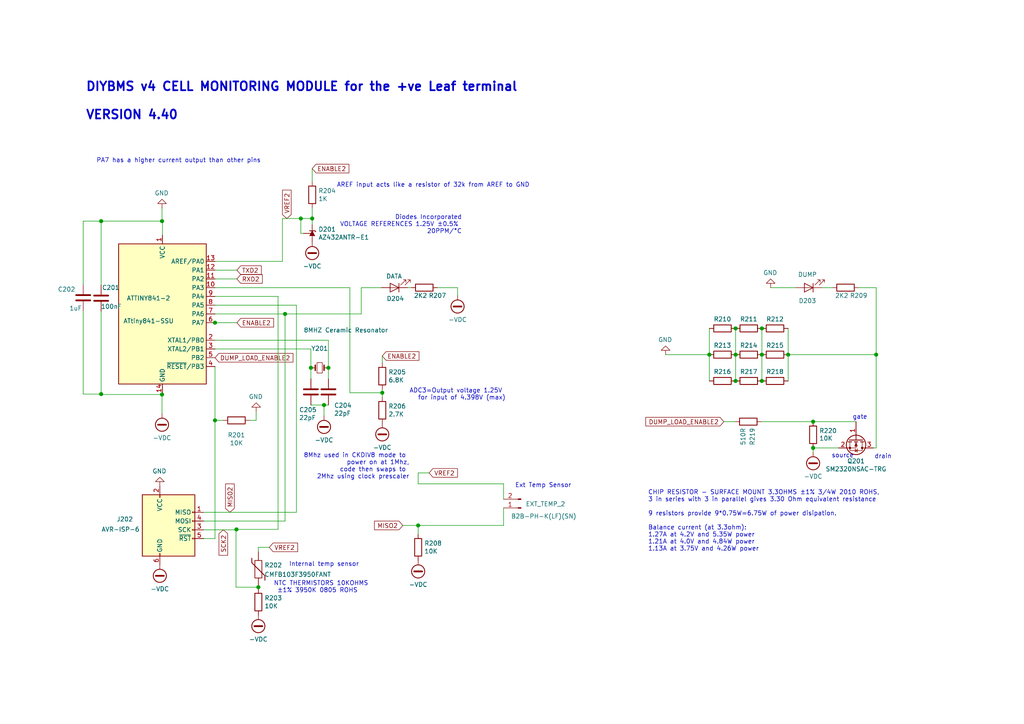
<source format=kicad_sch>
(kicad_sch (version 20210126) (generator eeschema)
  (paper "A4")
  (title_block (title "diyBMSv4 - LEAF") (date "2021-03-10") (rev "2.01") (company "Joho Technology Inc"))
  (lib_symbols
    (symbol "Device:C" (pin_numbers hide) (pin_names (offset 0.254))
      (property "Reference" "C" (at 0.635 2.54 0))
      (property "Value" "C" (at 0.635 -2.54 0))
      (symbol "C_0_1"
        (polyline (pts (xy -2.032 -0.762) (xy 2.032 -0.762)) (stroke (width 0.508)))
        (polyline (pts (xy -2.032 0.762) (xy 2.032 0.762)) (stroke (width 0.508)))
      )
      (symbol "C_1_1"
        (pin passive line (at 0 3.81 270) (length 2.794) (name "~") (number "1"))
        (pin passive line (at 0 -3.81 90) (length 2.794) (name "~") (number "2"))
      )
    )
    (symbol "Device:Crystal_Small" (pin_numbers hide) (pin_names (offset 1.016) hide)
      (property "Reference" "Y" (at 0 2.54 0))
      (property "Value" "Crystal_Small" (at 0 -2.54 0))
      (symbol "Crystal_Small_0_1"
        (rectangle (start -0.762 -1.524) (end 0.762 1.524))
        (polyline (pts (xy -1.27 -0.762) (xy -1.27 0.762)) (stroke (width 0.381)))
        (polyline (pts (xy 1.27 -0.762) (xy 1.27 0.762)) (stroke (width 0.381)))
      )
      (symbol "Crystal_Small_1_1"
        (pin passive line (at -2.54 0 0) (length 1.27) (name "1") (number "1"))
        (pin passive line (at 2.54 0 180) (length 1.27) (name "2") (number "2"))
      )
    )
    (symbol "Device:R" (pin_numbers hide) (pin_names (offset 0))
      (property "Reference" "R" (at 2.032 0 90))
      (property "Value" "R" (at 0 0 90))
      (symbol "R_0_1"
        (rectangle (start -1.016 -2.54) (end 1.016 2.54) (stroke (width 0.254)))
      )
      (symbol "R_1_1"
        (pin passive line (at 0 3.81 270) (length 1.27) (name "~") (number "1"))
        (pin passive line (at 0 -3.81 90) (length 1.27) (name "~") (number "2"))
      )
    )
    (symbol "diyBMS-Leaf-rescue:ATtiny841-SSU-MCU_Microchip_ATtiny-diyBMS-Leaf-rescue"
      (property "Reference" "U" (at -12.7 21.59 0))
      (property "Value" "ATtiny841-SSU-MCU_Microchip_ATtiny-diyBMS-Leaf-rescue" (at 2.54 -21.59 0))
      (symbol "ATtiny841-SSU-MCU_Microchip_ATtiny-diyBMS-Leaf-rescue_0_1"
        (rectangle (start -12.7 -20.32) (end 12.7 20.32) (stroke (width 0.254)) (fill (type background)))
      )
      (symbol "ATtiny841-SSU-MCU_Microchip_ATtiny-diyBMS-Leaf-rescue_1_1"
        (pin power_in line (at 0 22.86 270) (length 2.54) (name "VCC") (number "1"))
        (pin bidirectional line (at 15.24 7.62 180) (length 2.54) (name "PA3") (number "10"))
        (pin bidirectional line (at 15.24 10.16 180) (length 2.54) (name "PA2") (number "11"))
        (pin bidirectional line (at 15.24 12.7 180) (length 2.54) (name "PA1") (number "12"))
        (pin bidirectional line (at 15.24 15.24 180) (length 2.54) (name "AREF/PA0") (number "13"))
        (pin power_in line (at 0 -22.86 90) (length 2.54) (name "GND") (number "14"))
        (pin bidirectional line (at 15.24 -7.62 180) (length 2.54) (name "XTAL1/PB0") (number "2"))
        (pin bidirectional line (at 15.24 -10.16 180) (length 2.54) (name "XTAL2/PB1") (number "3"))
        (pin bidirectional line (at 15.24 -15.24 180) (length 2.54) (name "~RESET~/PB3") (number "4"))
        (pin bidirectional line (at 15.24 -12.7 180) (length 2.54) (name "PB2") (number "5"))
        (pin bidirectional line (at 15.24 -2.54 180) (length 2.54) (name "PA7") (number "6"))
        (pin bidirectional line (at 15.24 0 180) (length 2.54) (name "PA6") (number "7"))
        (pin bidirectional line (at 15.24 2.54 180) (length 2.54) (name "PA5") (number "8"))
        (pin bidirectional line (at 15.24 5.08 180) (length 2.54) (name "PA4") (number "9"))
      )
    )
    (symbol "diyBMS-Leaf-rescue:AVR-ISP-6-Connector-diyBMS-Leaf-rescue" (pin_names (offset 1.016))
      (property "Reference" "J" (at -6.35 11.43 0))
      (property "Value" "AVR-ISP-6-Connector-diyBMS-Leaf-rescue" (at 0 11.43 0))
      (symbol "AVR-ISP-6-Connector-diyBMS-Leaf-rescue_0_1"
        (rectangle (start -2.667 -6.858) (end -2.413 -7.62))
        (rectangle (start -2.667 10.16) (end -2.413 9.398))
        (rectangle (start 7.62 -2.413) (end 6.858 -2.667))
        (rectangle (start 7.62 0.127) (end 6.858 -0.127))
        (rectangle (start 7.62 2.667) (end 6.858 2.413))
        (rectangle (start 7.62 5.207) (end 6.858 4.953))
        (rectangle (start 7.62 10.16) (end -7.62 -7.62) (stroke (width 0.254)) (fill (type background)))
      )
      (symbol "AVR-ISP-6-Connector-diyBMS-Leaf-rescue_1_1"
        (pin passive line (at 10.16 5.08 180) (length 2.54) (name "MISO") (number "1"))
        (pin passive line (at -2.54 12.7 270) (length 2.54) (name "VCC") (number "2"))
        (pin passive line (at 10.16 0 180) (length 2.54) (name "SCK") (number "3"))
        (pin passive line (at 10.16 2.54 180) (length 2.54) (name "MOSI") (number "4"))
        (pin passive line (at 10.16 -2.54 180) (length 2.54) (name "~RST") (number "5"))
        (pin passive line (at -2.54 -10.16 90) (length 2.54) (name "GND") (number "6"))
      )
    )
    (symbol "diyBMS-Leaf-rescue:C-Device" (pin_numbers hide) (pin_names (offset 0.254))
      (property "Reference" "C" (at 0.635 2.54 0))
      (property "Value" "C-Device" (at 0.635 -2.54 0))
      (symbol "C-Device_0_1"
        (polyline (pts (xy -2.032 -0.762) (xy 2.032 -0.762)) (stroke (width 0.508)))
        (polyline (pts (xy -2.032 0.762) (xy 2.032 0.762)) (stroke (width 0.508)))
      )
      (symbol "C-Device_1_1"
        (pin passive line (at 0 3.81 270) (length 2.794) (name "~") (number "1"))
        (pin passive line (at 0 -3.81 90) (length 2.794) (name "~") (number "2"))
      )
    )
    (symbol "diyBMS-Leaf-rescue:CJ432-Reference_Voltage" (pin_numbers hide) (pin_names hide)
      (property "Reference" "U" (at -2.54 2.54 0))
      (property "Value" "CJ432-Reference_Voltage" (at 0 -2.54 0))
      (symbol "CJ432-Reference_Voltage_0_1"
        (polyline (pts (xy -1.27 0) (xy 0 0) (xy 1.27 0)))
        (polyline (pts (xy 0.508 -1.016) (xy 0.762 -0.762) (xy 0.762 0.762) (xy 0.762 0.762)) (stroke (width 0.254)))
        (polyline (pts (xy -0.762 0.762) (xy 0.762 0) (xy -0.762 -0.762)) (fill (type outline)))
      )
      (symbol "CJ432-Reference_Voltage_1_1"
        (pin passive line (at 0 2.54 270) (length 2.54) (name "REF") (number "1"))
        (pin passive line (at 2.54 0 180) (length 1.27) (name "K") (number "2"))
        (pin passive line (at -2.54 0 0) (length 1.27) (name "A") (number "3"))
      )
    )
    (symbol "diyBMS-Leaf-rescue:Conn_01x02_Male-Connector" (pin_names (offset 1.016) hide)
      (property "Reference" "J" (at 0 2.54 0))
      (property "Value" "Conn_01x02_Male-Connector" (at 0 -5.08 0))
      (symbol "Conn_01x02_Male-Connector_1_1"
        (rectangle (start 0.8636 -2.413) (end 0 -2.667) (stroke (width 0.1524)) (fill (type outline)))
        (rectangle (start 0.8636 0.127) (end 0 -0.127) (stroke (width 0.1524)) (fill (type outline)))
        (polyline (pts (xy 1.27 -2.54) (xy 0.8636 -2.54)) (stroke (width 0.1524)))
        (polyline (pts (xy 1.27 0) (xy 0.8636 0)) (stroke (width 0.1524)))
        (pin passive line (at 5.08 0 180) (length 3.81) (name "Pin_1") (number "1"))
        (pin passive line (at 5.08 -2.54 180) (length 3.81) (name "Pin_2") (number "2"))
      )
    )
    (symbol "diyBMS-Leaf-rescue:LED-Device" (pin_numbers hide) (pin_names (offset 1.016) hide)
      (property "Reference" "D" (at 0 2.54 0))
      (property "Value" "LED-Device" (at 0 -2.54 0))
      (symbol "LED-Device_0_1"
        (polyline (pts (xy -1.27 -1.27) (xy -1.27 1.27)) (stroke (width 0.2032)))
        (polyline (pts (xy -1.27 0) (xy 1.27 0)))
        (polyline (pts (xy 1.27 -1.27) (xy 1.27 1.27) (xy -1.27 0) (xy 1.27 -1.27)) (stroke (width 0.2032)))
        (polyline (pts (xy -3.048 -0.762) (xy -4.572 -2.286) (xy -3.81 -2.286) (xy -4.572 -2.286) (xy -4.572 -1.524)))
        (polyline (pts (xy -1.778 -0.762) (xy -3.302 -2.286) (xy -2.54 -2.286) (xy -3.302 -2.286) (xy -3.302 -1.524)))
      )
      (symbol "LED-Device_1_1"
        (pin passive line (at -3.81 0 0) (length 2.54) (name "K") (number "1"))
        (pin passive line (at 3.81 0 180) (length 2.54) (name "A") (number "2"))
      )
    )
    (symbol "diyBMS-Leaf-rescue:Q_NMOS_GSD-Device" (pin_names (offset 0) hide)
      (property "Reference" "Q" (at 5.08 1.27 0))
      (property "Value" "Q_NMOS_GSD-Device" (at 5.08 -1.27 0))
      (symbol "Q_NMOS_GSD-Device_0_1"
        (circle (center 1.651 0) (radius 2.8194) (stroke (width 0.254)))
        (circle (center 2.54 -1.778) (radius 0.2794) (fill (type outline)))
        (circle (center 2.54 1.778) (radius 0.2794) (fill (type outline)))
        (polyline (pts (xy 0.0508 0) (xy 0.254 0)))
        (polyline (pts (xy 0.762 -1.778) (xy 2.54 -1.778)))
        (polyline (pts (xy 0.762 -1.27) (xy 0.762 -2.286)) (stroke (width 0.254)))
        (polyline (pts (xy 0.762 0) (xy 2.54 0)))
        (polyline (pts (xy 0.762 0.508) (xy 0.762 -0.508)) (stroke (width 0.254)))
        (polyline (pts (xy 0.762 1.778) (xy 2.54 1.778)))
        (polyline (pts (xy 0.762 2.286) (xy 0.762 1.27)) (stroke (width 0.254)))
        (polyline (pts (xy 2.54 -1.778) (xy 2.54 -2.54)))
        (polyline (pts (xy 2.54 -1.778) (xy 2.54 0)))
        (polyline (pts (xy 2.54 2.54) (xy 2.54 1.778)))
        (polyline (pts (xy 0.254 1.905) (xy 0.254 -1.905) (xy 0.254 -1.905)) (stroke (width 0.254)))
        (polyline (pts (xy 2.54 -1.778) (xy 3.302 -1.778) (xy 3.302 1.778) (xy 2.54 1.778)))
        (polyline (pts (xy 2.794 0.508) (xy 2.921 0.381) (xy 3.683 0.381) (xy 3.81 0.254)))
        (polyline (pts (xy 3.302 0.381) (xy 2.921 -0.254) (xy 3.683 -0.254) (xy 3.302 0.381)))
        (polyline (pts (xy 1.016 0) (xy 2.032 0.381) (xy 2.032 -0.381) (xy 1.016 0)) (fill (type outline)))
      )
      (symbol "Q_NMOS_GSD-Device_1_1"
        (pin input line (at -5.08 0 0) (length 5.08) (name "G") (number "1"))
        (pin passive line (at 2.54 -5.08 90) (length 2.54) (name "S") (number "2"))
        (pin passive line (at 2.54 5.08 270) (length 2.54) (name "D") (number "3"))
      )
    )
    (symbol "diyBMS-Leaf-rescue:R-Device" (pin_numbers hide) (pin_names (offset 0))
      (property "Reference" "R" (at 2.032 0 90))
      (property "Value" "R-Device" (at 0 0 90))
      (symbol "R-Device_0_1"
        (rectangle (start -1.016 -2.54) (end 1.016 2.54) (stroke (width 0.254)))
      )
      (symbol "R-Device_1_1"
        (pin passive line (at 0 3.81 270) (length 1.27) (name "~") (number "1"))
        (pin passive line (at 0 -3.81 90) (length 1.27) (name "~") (number "2"))
      )
    )
    (symbol "diyBMS-Leaf-rescue:Thermistor-Device" (pin_numbers hide) (pin_names (offset 0))
      (property "Reference" "TH" (at 2.54 1.27 90))
      (property "Value" "Thermistor-Device" (at -2.54 0 90))
      (symbol "Thermistor-Device_0_1"
        (rectangle (start -1.016 2.54) (end 1.016 -2.54) (stroke (width 0.2032)))
        (polyline (pts (xy -1.905 3.175) (xy -1.905 1.905) (xy 1.905 -1.905) (xy 1.905 -3.175) (xy 1.905 -3.175)) (stroke (width 0.254)))
      )
      (symbol "Thermistor-Device_1_1"
        (pin passive line (at 0 5.08 270) (length 2.54) (name "~") (number "1"))
        (pin passive line (at 0 -5.08 90) (length 2.54) (name "~") (number "2"))
      )
    )
    (symbol "power:-VDC" (power) (pin_names (offset 0))
      (property "Value" "-VDC" (at 0 6.35 0))
      (symbol "-VDC_0_1"
        (circle (center 0 3.175) (radius 1.905) (stroke (width 0.254)))
        (polyline (pts (xy -1.143 3.175) (xy 1.143 3.175)) (stroke (width 0.508)))
        (polyline (pts (xy 0 0) (xy 0 1.27)))
      )
      (symbol "-VDC_1_1"
        (pin power_in line (at 0 0 90) (length 0) hide (name "-VDC") (number "1"))
      )
    )
    (symbol "power:GND" (power) (pin_names (offset 0))
      (property "Value" "GND" (at 0 -3.81 0))
      (symbol "GND_0_1"
        (polyline (pts (xy 0 0) (xy 0 -1.27) (xy 1.27 -1.27) (xy 0 -2.54) (xy -1.27 -1.27) (xy 0 -1.27)))
      )
      (symbol "GND_1_1"
        (pin power_in line (at 0 0 270) (length 0) hide (name "GND") (number "1"))
      )
    )
  )
  (junction (at 29.337 64.135) (diameter 1.016))
  (junction (at 29.337 114.3) (diameter 1.016))
  (junction (at 46.99 64.135) (diameter 1.016))
  (junction (at 46.99 114.427) (diameter 1.016))
  (junction (at 62.357 93.599) (diameter 1.016))
  (junction (at 62.357 121.92) (diameter 1.016))
  (junction (at 68.58 153.543) (diameter 1.016))
  (junction (at 74.93 170.307) (diameter 1.016))
  (junction (at 82.677 91.059) (diameter 1.016))
  (junction (at 87.249 63.373) (diameter 1.016))
  (junction (at 90.17 106.68) (diameter 1.016))
  (junction (at 90.551 63.373) (diameter 1.016))
  (junction (at 93.98 117.475) (diameter 1.016))
  (junction (at 95.25 106.68) (diameter 1.016))
  (junction (at 110.871 113.919) (diameter 1.016))
  (junction (at 121.285 152.4) (diameter 1.016))
  (junction (at 205.74 102.87) (diameter 1.016))
  (junction (at 213.36 95.25) (diameter 1.016))
  (junction (at 213.36 102.87) (diameter 1.016))
  (junction (at 213.36 110.49) (diameter 1.016))
  (junction (at 220.98 95.25) (diameter 1.016))
  (junction (at 220.98 102.87) (diameter 1.016))
  (junction (at 220.98 110.49) (diameter 1.016))
  (junction (at 228.6 102.87) (diameter 1.016))
  (junction (at 235.839 122.301) (diameter 1.016))
  (junction (at 235.839 129.921) (diameter 1.016))
  (junction (at 254.127 102.87) (diameter 1.016))
  (wire (pts (xy 24.13 64.135) (xy 29.337 64.135)))
  (wire (pts (xy 24.13 82.55) (xy 24.13 64.135)))
  (wire (pts (xy 24.13 90.17) (xy 24.13 114.3)))
  (wire (pts (xy 24.13 114.3) (xy 29.337 114.3)))
  (wire (pts (xy 29.337 64.135) (xy 29.337 82.677)))
  (wire (pts (xy 29.337 64.135) (xy 46.99 64.135)))
  (wire (pts (xy 29.337 90.297) (xy 29.337 114.3)))
  (wire (pts (xy 29.337 114.3) (xy 29.337 114.427)))
  (wire (pts (xy 29.337 114.427) (xy 46.99 114.427)))
  (wire (pts (xy 46.99 60.325) (xy 46.99 64.135)))
  (wire (pts (xy 46.99 114.427) (xy 47.117 114.427)))
  (wire (pts (xy 46.99 120.015) (xy 46.99 114.427)))
  (wire (pts (xy 47.117 64.135) (xy 46.99 64.135)))
  (wire (pts (xy 47.117 64.135) (xy 47.117 68.199)))
  (wire (pts (xy 47.117 113.919) (xy 47.117 114.427)))
  (wire (pts (xy 59.055 148.59) (xy 85.979 148.59)))
  (wire (pts (xy 59.055 151.13) (xy 82.677 151.13)))
  (wire (pts (xy 59.055 153.67) (xy 68.58 153.67)))
  (wire (pts (xy 59.055 156.21) (xy 62.357 156.21)))
  (wire (pts (xy 62.23 93.599) (xy 62.357 93.599)))
  (wire (pts (xy 62.357 75.819) (xy 81.915 75.819)))
  (wire (pts (xy 62.357 78.359) (xy 68.707 78.359)))
  (wire (pts (xy 62.357 80.899) (xy 68.707 80.899)))
  (wire (pts (xy 62.357 83.439) (xy 101.473 83.439)))
  (wire (pts (xy 62.357 85.979) (xy 80.645 85.979)))
  (wire (pts (xy 62.357 88.519) (xy 85.979 88.519)))
  (wire (pts (xy 62.357 93.599) (xy 68.707 93.599)))
  (wire (pts (xy 62.357 98.679) (xy 95.25 98.679)))
  (wire (pts (xy 62.357 101.219) (xy 90.17 101.219)))
  (wire (pts (xy 62.357 106.299) (xy 62.357 121.92)))
  (wire (pts (xy 62.357 121.92) (xy 62.357 156.21)))
  (wire (pts (xy 62.357 121.92) (xy 64.77 121.92)))
  (wire (pts (xy 68.453 170.307) (xy 68.453 153.543)))
  (wire (pts (xy 68.453 170.307) (xy 74.93 170.307)))
  (wire (pts (xy 68.58 153.543) (xy 68.453 153.543)))
  (wire (pts (xy 68.58 153.67) (xy 68.58 153.543)))
  (wire (pts (xy 72.39 121.92) (xy 74.295 121.92)))
  (wire (pts (xy 74.295 121.92) (xy 74.295 119.38)))
  (wire (pts (xy 74.93 158.75) (xy 78.105 158.75)))
  (wire (pts (xy 74.93 160.02) (xy 74.93 158.75)))
  (wire (pts (xy 74.93 170.18) (xy 74.93 170.307)))
  (wire (pts (xy 74.93 170.307) (xy 74.93 170.815)))
  (wire (pts (xy 80.645 85.979) (xy 80.645 153.543)))
  (wire (pts (xy 80.645 153.543) (xy 68.58 153.543)))
  (wire (pts (xy 81.915 63.373) (xy 87.249 63.373)))
  (wire (pts (xy 81.915 75.819) (xy 81.915 63.373)))
  (wire (pts (xy 82.677 91.059) (xy 62.357 91.059)))
  (wire (pts (xy 82.677 91.059) (xy 82.677 151.13)))
  (wire (pts (xy 85.979 88.519) (xy 85.979 148.59)))
  (wire (pts (xy 87.249 63.373) (xy 90.551 63.373)))
  (wire (pts (xy 87.249 67.691) (xy 87.249 63.373)))
  (wire (pts (xy 88.011 67.691) (xy 87.249 67.691)))
  (wire (pts (xy 90.17 101.219) (xy 90.17 106.68)))
  (wire (pts (xy 90.17 106.68) (xy 90.17 109.855)))
  (wire (pts (xy 90.17 117.475) (xy 93.98 117.475)))
  (wire (pts (xy 90.551 48.895) (xy 90.551 52.705)))
  (wire (pts (xy 90.551 63.373) (xy 90.551 60.325)))
  (wire (pts (xy 90.551 65.151) (xy 90.551 63.373)))
  (wire (pts (xy 93.98 117.475) (xy 93.98 120.65)))
  (wire (pts (xy 93.98 117.475) (xy 95.25 117.475)))
  (wire (pts (xy 95.25 98.679) (xy 95.25 106.68)))
  (wire (pts (xy 95.25 106.68) (xy 95.25 109.855)))
  (wire (pts (xy 101.473 83.439) (xy 101.473 113.919)))
  (wire (pts (xy 101.473 113.919) (xy 110.871 113.919)))
  (wire (pts (xy 104.775 83.439) (xy 104.775 91.059)))
  (wire (pts (xy 104.775 91.059) (xy 82.677 91.059)))
  (wire (pts (xy 110.617 83.439) (xy 104.775 83.439)))
  (wire (pts (xy 110.871 103.251) (xy 110.871 105.283)))
  (wire (pts (xy 110.871 113.919) (xy 110.871 112.903)))
  (wire (pts (xy 110.871 115.189) (xy 110.871 113.919)))
  (wire (pts (xy 116.84 152.4) (xy 121.285 152.4)))
  (wire (pts (xy 118.237 83.439) (xy 119.253 83.439)))
  (wire (pts (xy 121.285 137.16) (xy 124.46 137.16)))
  (wire (pts (xy 121.285 140.335) (xy 121.285 137.16)))
  (wire (pts (xy 121.285 140.335) (xy 146.05 140.335)))
  (wire (pts (xy 121.285 152.4) (xy 121.285 154.94)))
  (wire (pts (xy 121.285 152.4) (xy 146.05 152.4)))
  (wire (pts (xy 126.873 83.439) (xy 132.715 83.439)))
  (wire (pts (xy 132.715 83.439) (xy 132.715 85.725)))
  (wire (pts (xy 146.05 140.335) (xy 146.05 144.78)))
  (wire (pts (xy 146.05 152.4) (xy 146.05 147.32)))
  (wire (pts (xy 193.04 102.87) (xy 205.74 102.87)))
  (wire (pts (xy 205.74 95.25) (xy 205.74 102.87)))
  (wire (pts (xy 205.74 102.87) (xy 205.74 110.49)))
  (wire (pts (xy 213.233 122.301) (xy 209.931 122.301)))
  (wire (pts (xy 213.36 95.25) (xy 213.36 102.87)))
  (wire (pts (xy 213.36 102.87) (xy 213.36 110.49)))
  (wire (pts (xy 220.853 122.301) (xy 235.839 122.301)))
  (wire (pts (xy 220.98 95.25) (xy 220.98 102.87)))
  (wire (pts (xy 220.98 102.87) (xy 220.98 110.49)))
  (wire (pts (xy 228.6 95.25) (xy 228.6 102.87)))
  (wire (pts (xy 228.6 102.87) (xy 228.6 110.49)))
  (wire (pts (xy 228.6 102.87) (xy 254.127 102.87)))
  (wire (pts (xy 230.759 83.439) (xy 223.52 83.439)))
  (wire (pts (xy 235.839 129.921) (xy 235.839 131.191)))
  (wire (pts (xy 235.839 129.921) (xy 243.205 129.921)))
  (wire (pts (xy 238.379 83.439) (xy 241.427 83.439)))
  (wire (pts (xy 248.285 122.301) (xy 235.839 122.301)))
  (wire (pts (xy 249.047 83.439) (xy 254.127 83.439)))
  (wire (pts (xy 254.127 83.439) (xy 254.127 102.87)))
  (wire (pts (xy 254.127 102.87) (xy 254.127 129.921)))
  (wire (pts (xy 254.127 129.921) (xy 253.365 129.921)))
  (text "DIYBMS v4 CELL MONITORING MODULE for the +ve Leaf terminal\n\nVERSION 4.40\n" (at 24.765 34.925 0) (effects (font (size 2.54 2.54) (thickness 0.508) bold) (justify left bottom)))
  (text "PA7 has a higher current output than other pins" (at 27.94 47.371 0) (effects (font (size 1.27 1.27)) (justify left bottom)))
  (text "NTC THERMISTORS 10KOHMS\n ±1% 3950K 0805 ROHS" (at 79.375 172.085 0) (effects (font (size 1.27 1.27)) (justify left bottom)))
  (text "Internal temp sensor" (at 83.82 164.465 0) (effects (font (size 1.27 1.27)) (justify left bottom)))
  (text "AREF input acts like a resistor of 32k from AREF to GND" (at 97.663 54.483 0) (effects (font (size 1.27 1.27)) (justify left bottom)))
  (text "8Mhz used in CKDIV8 mode to \npower on at 1Mhz,\ncode then swaps to \n2Mhz using clock prescaler" (at 118.745 139.065 0) (effects (font (size 1.27 1.27)) (justify right bottom)))
  (text "Diodes Incorporated\nVOLTAGE REFERENCES 1.25V ±0.5% \n20PPM/°C" (at 133.985 67.945 0) (effects (font (size 1.27 1.27)) (justify right bottom)))
  (text "ADC3=Output voltage 1.25V \n       for input of 4.398V (max)" (at 146.685 116.205 0) (effects (font (size 1.27 1.27)) (justify right bottom)))
  (text "Ext Temp Sensor" (at 165.735 141.605 180) (effects (font (size 1.27 1.27)) (justify right bottom)))
  (text "CHIP RESISTOR - SURFACE MOUNT 3.3OHMS ±1% 3/4W 2010 ROHS, \n3 in series with 3 in parallel gives 3.30 Ohm equivalent resistance\n\n9 resistors provide 9*0.75W=6.75W of power disipation.\n\nBalance current (at 3.3ohm):\n1.27A at 4.2V and 5.35W power\n1.21A at 4.0V and 4.84W power\n1.13A at 3.75V and 4.26W power" (at 187.96 160.02 0) (effects (font (size 1.27 1.27)) (justify left bottom)))
  (text "source" (at 241.173 132.969 0) (effects (font (size 1.27 1.27)) (justify left bottom)))
  (text "gate" (at 247.269 121.793 0) (effects (font (size 1.27 1.27)) (justify left bottom)))
  (text "drain" (at 253.619 133.223 0) (effects (font (size 1.27 1.27)) (justify left bottom)))
  (global_label "DUMP_LOAD_ENABLE2" (shape input) (at 62.357 103.759 0) (property "Intersheet References" "${INTERSHEET_REFS}" (effects hide)))
  (global_label "SCK2" (shape input) (at 64.77 153.67 270) (property "Intersheet References" "${INTERSHEET_REFS}" (effects hide)))
  (global_label "MISO2" (shape input) (at 66.675 148.59 90) (property "Intersheet References" "${INTERSHEET_REFS}" (effects hide)))
  (global_label "TXD2" (shape input) (at 68.707 78.359 0) (property "Intersheet References" "${INTERSHEET_REFS}" (effects hide)))
  (global_label "RXD2" (shape input) (at 68.707 80.899 0) (property "Intersheet References" "${INTERSHEET_REFS}" (effects hide)))
  (global_label "ENABLE2" (shape input) (at 68.707 93.599 0) (property "Intersheet References" "${INTERSHEET_REFS}" (effects hide)))
  (global_label "VREF2" (shape input) (at 78.105 158.75 0) (property "Intersheet References" "${INTERSHEET_REFS}" (effects hide)))
  (global_label "VREF2" (shape input) (at 83.185 63.373 90) (property "Intersheet References" "${INTERSHEET_REFS}" (effects hide)))
  (global_label "ENABLE2" (shape input) (at 90.551 48.895 0) (property "Intersheet References" "${INTERSHEET_REFS}" (effects hide)))
  (global_label "ENABLE2" (shape input) (at 110.871 103.251 0) (property "Intersheet References" "${INTERSHEET_REFS}" (effects hide)))
  (global_label "MISO2" (shape input) (at 116.84 152.4 180) (property "Intersheet References" "${INTERSHEET_REFS}" (effects hide)))
  (global_label "VREF2" (shape input) (at 124.46 137.16 0) (property "Intersheet References" "${INTERSHEET_REFS}" (effects hide)))
  (global_label "DUMP_LOAD_ENABLE2" (shape input) (at 209.931 122.301 180) (property "Intersheet References" "${INTERSHEET_REFS}" (effects hide)))
  (symbol (lib_id "power:GND") (at 46.355 140.97 180) (unit 1)
    (property "Reference" "#PWR0137" (effects hide))
    (property "Value" "GND" (at 46.2407 136.6456 0))
  )
  (symbol (lib_id "power:GND") (at 46.99 60.325 180) (unit 1)
    (property "Reference" "#PWR0130" (effects hide))
    (property "Value" "GND" (at 46.8757 56.0006 0))
  )
  (symbol (lib_id "power:GND") (at 74.295 119.38 180) (unit 1)
    (property "Reference" "#PWR0126" (effects hide))
    (property "Value" "GND" (at 74.1807 115.0556 0))
  )
  (symbol (lib_id "power:GND") (at 193.04 102.87 180) (unit 1)
    (property "Reference" "#PWR0133" (effects hide))
    (property "Value" "GND" (at 192.9257 98.5456 0))
  )
  (symbol (lib_id "power:GND") (at 223.52 83.439 180) (unit 1)
    (property "Reference" "#PWR0135" (effects hide))
    (property "Value" "GND" (at 223.4057 79.1146 0))
  )
  (symbol (lib_id "Device:Crystal_Small") (at 92.71 106.68 0) (unit 1)
    (property "Reference" "Y201" (at 92.71 101.073 0))
    (property "Value" "8MHZ Ceramic Resonator" (at 100.33 95.7515 0))
    (property "Footprint" "Crystal:Crystal_SMD_5032-2Pin_5.0x3.2mm" (effects hide))
    (property "Datasheet" "https://datasheet.lcsc.com/szlcsc/1903061615_Yangxing-Tech-X50328MSB2GI_C115962.pdf" (effects hide))
    (property "LCSCStockCode" "C115962" (effects hide))
    (property "PartNumber" "X50328MSB2GI" (effects hide))
  )
  (symbol (lib_id "diyBMS-Leaf-rescue:R-Device") (at 68.58 121.92 270) (unit 1)
    (property "Reference" "R201" (at 68.58 126.187 90))
    (property "Value" "10K" (at 68.58 128.4986 90))
    (property "Footprint" "Resistor_SMD:R_0805_2012Metric" (effects hide))
    (property "LCSCStockCode" "C17414" (effects hide))
    (property "PartNumber" "0805W8F1002T5E" (effects hide))
  )
  (symbol (lib_id "diyBMS-Leaf-rescue:R-Device") (at 74.93 174.625 0) (unit 1)
    (property "Reference" "R203" (at 76.708 173.457 0) (effects (justify left)))
    (property "Value" "10K" (at 76.708 175.768 0) (effects (justify left)))
    (property "Footprint" "Resistor_SMD:R_0805_2012Metric" (effects hide))
    (property "LCSCStockCode" "C17414" (effects hide))
    (property "PartNumber" "0805W8F1002T5E" (effects hide))
  )
  (symbol (lib_id "diyBMS-Leaf-rescue:R-Device") (at 90.551 56.515 0) (unit 1)
    (property "Reference" "R204" (at 92.329 55.347 0) (effects (justify left)))
    (property "Value" "1K" (at 92.329 57.658 0) (effects (justify left)))
    (property "Footprint" "Resistor_SMD:R_0805_2012Metric" (effects hide))
    (property "LCSCStockCode" "C17513" (effects hide))
    (property "PartNumber" "0805W8F1001T5E" (effects hide))
  )
  (symbol (lib_id "diyBMS-Leaf-rescue:R-Device") (at 110.871 109.093 0) (unit 1)
    (property "Reference" "R205" (at 112.649 107.925 0) (effects (justify left)))
    (property "Value" "6.8K" (at 112.649 110.236 0) (effects (justify left)))
    (property "Footprint" "Resistor_SMD:R_0805_2012Metric" (effects hide))
    (property "LCSCStockCode" "C17772" (effects hide))
    (property "PartNumber" "0805W8F6801T5E" (effects hide))
  )
  (symbol (lib_id "diyBMS-Leaf-rescue:R-Device") (at 110.871 118.999 0) (unit 1)
    (property "Reference" "R206" (at 112.649 117.831 0) (effects (justify left)))
    (property "Value" "2.7K" (at 112.649 120.142 0) (effects (justify left)))
    (property "Footprint" "Resistor_SMD:R_0805_2012Metric" (effects hide))
    (property "LCSCStockCode" "C17530" (effects hide))
    (property "PartNumber" "0805W8F2701T5E" (effects hide))
  )
  (symbol (lib_id "diyBMS-Leaf-rescue:R-Device") (at 121.285 158.75 0) (unit 1)
    (property "Reference" "R208" (at 123.063 157.582 0) (effects (justify left)))
    (property "Value" "10K" (at 123.063 159.893 0) (effects (justify left)))
    (property "Footprint" "Resistor_SMD:R_0805_2012Metric" (effects hide))
    (property "LCSCStockCode" "C17414" (effects hide))
    (property "PartNumber" "0805W8F1002T5E" (effects hide))
  )
  (symbol (lib_id "diyBMS-Leaf-rescue:R-Device") (at 123.063 83.439 270) (unit 1)
    (property "Reference" "R207" (at 124.333 85.725 90) (effects (justify left)))
    (property "Value" "2K2" (at 120.015 85.725 90) (effects (justify left)))
    (property "Footprint" "Resistor_SMD:R_0805_2012Metric" (effects hide))
    (property "LCSCStockCode" "C17520" (effects hide))
    (property "PartNumber" "0805W8F2201T5E" (effects hide))
    (property "JLCPCBRotation" "0" (effects hide))
  )
  (symbol (lib_id "Device:R") (at 209.55 95.25 90) (unit 1)
    (property "Reference" "R210" (at 209.55 92.564 90))
    (property "Value" "3.3OHM 3/4W" (effects hide))
    (property "Footprint" "Resistor_SMD:R_2010_5025Metric" (effects hide))
    (property "LCSCStockCode" "C270971" (effects hide))
    (property "PartNumber" "201007F330KT4E" (effects hide))
    (property "JLCPCBRotation" "0" (effects hide))
  )
  (symbol (lib_id "Device:R") (at 209.55 102.87 90) (unit 1)
    (property "Reference" "R213" (at 209.55 100.184 90))
    (property "Value" "3.3OHM 3/4W" (effects hide))
    (property "Footprint" "Resistor_SMD:R_2010_5025Metric" (effects hide))
    (property "LCSCStockCode" "C270971" (effects hide))
    (property "PartNumber" "201007F330KT4E" (effects hide))
    (property "JLCPCBRotation" "0" (effects hide))
  )
  (symbol (lib_id "Device:R") (at 209.55 110.49 90) (unit 1)
    (property "Reference" "R216" (at 209.55 107.804 90))
    (property "Value" "3.3OHM 3/4W" (effects hide))
    (property "Footprint" "Resistor_SMD:R_2010_5025Metric" (effects hide))
    (property "LCSCStockCode" "C270971" (effects hide))
    (property "PartNumber" "201007F330KT4E" (effects hide))
    (property "JLCPCBRotation" "0" (effects hide))
  )
  (symbol (lib_id "diyBMS-Leaf-rescue:R-Device") (at 217.043 122.301 270) (unit 1)
    (property "Reference" "R219" (at 218.211 124.079 0) (effects (justify left)))
    (property "Value" "510R" (at 215.519 124.079 0) (effects (justify left)))
    (property "Footprint" "Resistor_SMD:R_0805_2012Metric" (effects hide))
    (property "LCSCStockCode" "C17734" (effects hide))
    (property "PartNumber" "0805W8F5100T5E" (effects hide))
  )
  (symbol (lib_id "Device:R") (at 217.17 95.25 90) (unit 1)
    (property "Reference" "R211" (at 217.17 92.564 90))
    (property "Value" "3.3OHM 3/4W" (effects hide))
    (property "Footprint" "Resistor_SMD:R_2010_5025Metric" (effects hide))
    (property "LCSCStockCode" "C270971" (effects hide))
    (property "PartNumber" "201007F330KT4E" (effects hide))
    (property "JLCPCBRotation" "0" (effects hide))
  )
  (symbol (lib_id "Device:R") (at 217.17 102.87 90) (unit 1)
    (property "Reference" "R214" (at 217.17 100.184 90))
    (property "Value" "3.3OHM 3/4W" (effects hide))
    (property "Footprint" "Resistor_SMD:R_2010_5025Metric" (effects hide))
    (property "LCSCStockCode" "C270971" (effects hide))
    (property "PartNumber" "201007F330KT4E" (effects hide))
    (property "JLCPCBRotation" "0" (effects hide))
  )
  (symbol (lib_id "Device:R") (at 217.17 110.49 90) (unit 1)
    (property "Reference" "R217" (at 217.17 107.804 90))
    (property "Value" "3.3OHM 3/4W" (effects hide))
    (property "Footprint" "Resistor_SMD:R_2010_5025Metric" (effects hide))
    (property "LCSCStockCode" "C270971" (effects hide))
    (property "PartNumber" "201007F330KT4E" (effects hide))
    (property "JLCPCBRotation" "0" (effects hide))
  )
  (symbol (lib_id "Device:R") (at 224.79 95.25 90) (unit 1)
    (property "Reference" "R212" (at 224.79 92.564 90))
    (property "Value" "3.3OHM 3/4W" (effects hide))
    (property "Footprint" "Resistor_SMD:R_2010_5025Metric" (effects hide))
    (property "LCSCStockCode" "C270971" (effects hide))
    (property "PartNumber" "201007F330KT4E" (effects hide))
    (property "JLCPCBRotation" "0" (effects hide))
  )
  (symbol (lib_id "Device:R") (at 224.79 102.87 90) (unit 1)
    (property "Reference" "R215" (at 224.79 100.184 90))
    (property "Value" "3.3OHM 3/4W" (effects hide))
    (property "Footprint" "Resistor_SMD:R_2010_5025Metric" (effects hide))
    (property "LCSCStockCode" "C270971" (effects hide))
    (property "PartNumber" "201007F330KT4E" (effects hide))
    (property "JLCPCBRotation" "0" (effects hide))
  )
  (symbol (lib_id "Device:R") (at 224.79 110.49 90) (unit 1)
    (property "Reference" "R218" (at 224.79 107.804 90))
    (property "Value" "3.3OHM 3/4W" (effects hide))
    (property "Footprint" "Resistor_SMD:R_2010_5025Metric" (effects hide))
    (property "LCSCStockCode" "C270971" (effects hide))
    (property "PartNumber" "201007F330KT4E" (effects hide))
    (property "JLCPCBRotation" "0" (effects hide))
  )
  (symbol (lib_id "diyBMS-Leaf-rescue:R-Device") (at 235.839 126.111 0) (unit 1)
    (property "Reference" "R220" (at 237.617 124.943 0) (effects (justify left)))
    (property "Value" "10K" (at 237.617 127.127 0) (effects (justify left)))
    (property "Footprint" "Resistor_SMD:R_0805_2012Metric" (effects hide))
    (property "LCSCStockCode" "C17414" (effects hide))
    (property "PartNumber" "0805W8F1002T5E" (effects hide))
  )
  (symbol (lib_id "diyBMS-Leaf-rescue:R-Device") (at 245.237 83.439 270) (unit 1)
    (property "Reference" "R209" (at 246.507 85.725 90) (effects (justify left)))
    (property "Value" "2K2" (at 242.189 85.725 90) (effects (justify left)))
    (property "Footprint" "Resistor_SMD:R_0805_2012Metric" (effects hide))
    (property "LCSCStockCode" "C17520" (effects hide))
    (property "PartNumber" "0805W8F2201T5E" (effects hide))
  )
  (symbol (lib_id "power:-VDC") (at 46.355 163.83 180) (unit 1)
    (property "Reference" "#PWR0129" (effects hide))
    (property "Value" "-VDC" (at 46.355 170.8214 0))
  )
  (symbol (lib_id "power:-VDC") (at 46.99 120.015 180) (unit 1)
    (property "Reference" "#PWR0120" (effects hide))
    (property "Value" "-VDC" (at 46.99 127.0064 0))
  )
  (symbol (lib_id "power:-VDC") (at 74.93 178.435 180) (unit 1)
    (property "Reference" "#PWR0136" (effects hide))
    (property "Value" "-VDC" (at 74.93 185.4264 0))
  )
  (symbol (lib_id "diyBMS-Leaf-rescue:CJ432-Reference_Voltage") (at 90.551 67.691 90) (unit 1)
    (property "Reference" "D201" (at 92.329 66.523 90) (effects (justify right)))
    (property "Value" "AZ432ANTR-E1" (at 92.329 68.834 90) (effects (justify right)))
    (property "Footprint" "Package_TO_SOT_SMD:SOT-23" (effects hide))
    (property "Datasheet" "https://datasheet.lcsc.com/szlcsc/Diodes-Incorporated-AZ432ANTR-E1_C84139.pdf" (effects hide))
    (property "LCSCStockCode" "C84139" (effects hide))
    (property "PartNumber" "AZ432ANTR-E1" (effects hide))
  )
  (symbol (lib_id "power:-VDC") (at 90.551 70.231 180) (unit 1)
    (property "Reference" "#PWR0131" (effects hide))
    (property "Value" "-VDC" (at 90.551 77.2224 0))
  )
  (symbol (lib_id "power:-VDC") (at 93.98 120.65 180) (unit 1)
    (property "Reference" "#PWR0125" (effects hide))
    (property "Value" "-VDC" (at 93.98 127.6414 0))
  )
  (symbol (lib_id "power:-VDC") (at 110.871 122.809 180) (unit 1)
    (property "Reference" "#PWR0114" (effects hide))
    (property "Value" "-VDC" (at 110.871 129.8004 0))
  )
  (symbol (lib_id "power:-VDC") (at 121.285 162.56 180) (unit 1)
    (property "Reference" "#PWR0117" (effects hide))
    (property "Value" "-VDC" (at 121.285 169.5514 0))
  )
  (symbol (lib_id "power:-VDC") (at 132.715 85.725 180) (unit 1)
    (property "Reference" "#PWR0121" (effects hide))
    (property "Value" "-VDC" (at 132.715 92.7164 0))
  )
  (symbol (lib_id "power:-VDC") (at 235.839 131.191 180) (unit 1)
    (property "Reference" "#PWR0132" (effects hide))
    (property "Value" "-VDC" (at 235.839 138.1824 0))
  )
  (symbol (lib_id "diyBMS-Leaf-rescue:Conn_01x02_Male-Connector") (at 151.13 147.32 180) (unit 1)
    (property "Reference" "EXT_TEMP_2" (at 152.451 146.177 0) (effects (justify right)))
    (property "Value" "B2B-PH-K(LF)(SN)" (at 148.209 149.733 0) (effects (justify right)))
    (property "Footprint" "Connector_JST:JST_PH_B2B-PH-K_1x02_P2.00mm_Vertical" (effects hide))
    (property "Datasheet" "https://datasheet.lcsc.com/szlcsc/1811151524_JST-Sales-America-B2B-PH-K-S-LF-SN_C131337.pdf" (effects hide))
    (property "LCSCStockCode" "C2683610" (effects hide))
  )
  (symbol (lib_id "diyBMS-Leaf-rescue:LED-Device") (at 114.427 83.439 180) (unit 1)
    (property "Reference" "D204" (at 114.681 86.614 0))
    (property "Value" "DATA" (at 114.3 80.137 0))
    (property "Footprint" "LED_SMD:LED_0805_2012Metric" (effects hide))
    (property "Datasheet" "https://datasheet.lcsc.com/szlcsc/2008201032_Foshan-NationStar-Optoelectronics-NCD0805B2_C84259.pdf" (effects hide))
    (property "LCSCStockCode" "C84259" (effects hide))
    (property "PartNumber" "NCD0805B2" (effects hide))
  )
  (symbol (lib_id "diyBMS-Leaf-rescue:LED-Device") (at 234.569 83.439 180) (unit 1)
    (property "Reference" "D203" (at 234.188 87.249 0))
    (property "Value" "DUMP" (at 234.188 79.629 0))
    (property "Footprint" "LED_SMD:LED_0805_2012Metric" (effects hide))
    (property "Datasheet" "https://datasheet.lcsc.com/szlcsc/2008201032_Foshan-NationStar-Optoelectronics-NCD0805R1_C84256.pdf" (effects hide))
    (property "LCSCStockCode" "C84256" (effects hide))
    (property "PartNumber" "NCD0805R1" (effects hide))
  )
  (symbol (lib_id "diyBMS-Leaf-rescue:C-Device") (at 24.13 86.36 0) (unit 1)
    (property "Reference" "C202" (at 21.869 83.922 0) (effects (justify right)))
    (property "Value" "1uF" (at 23.7744 89.408 0) (effects (justify right)))
    (property "Footprint" "Capacitor_SMD:C_0805_2012Metric" (effects hide))
    (property "LCSCStockCode" "C28323" (effects hide))
    (property "PartNumber" "CL21B105KBFNNNE" (effects hide))
  )
  (symbol (lib_id "diyBMS-Leaf-rescue:C-Device") (at 29.337 86.487 0) (unit 1)
    (property "Reference" "C201" (at 34.696 83.414 0) (effects (justify right)))
    (property "Value" "100nF" (at 35.3314 88.9 0) (effects (justify right)))
    (property "Footprint" "Capacitor_SMD:C_0805_2012Metric" (effects hide))
    (property "LCSCStockCode" "C49678" (effects hide))
    (property "PartNumber" "CC0805KRX7R9BB104" (effects hide))
  )
  (symbol (lib_id "Device:C") (at 90.17 113.665 0) (unit 1)
    (property "Reference" "C205" (at 86.741 118.866 0) (effects (justify left)))
    (property "Value" "22pF" (at 86.7411 121.1643 0) (effects (justify left)))
    (property "Footprint" "Capacitor_SMD:C_0805_2012Metric" (effects hide))
    (property "Datasheet" "https://datasheet.lcsc.com/szlcsc/Samsung-Electro-Mechanics-CL10C220JB8NNNC_C1653.pdf" (effects hide))
    (property "LCSCStockCode" "C1804" (effects hide))
    (property "PartNumber" "CL21C220JBANNNC" (effects hide))
  )
  (symbol (lib_id "Device:C") (at 95.25 113.665 0) (unit 1)
    (property "Reference" "C204" (at 96.901 117.596 0) (effects (justify left)))
    (property "Value" "22pF" (at 96.9011 119.8943 0) (effects (justify left)))
    (property "Footprint" "Capacitor_SMD:C_0805_2012Metric" (effects hide))
    (property "Datasheet" "https://datasheet.lcsc.com/szlcsc/Samsung-Electro-Mechanics-CL10C220JB8NNNC_C1653.pdf" (effects hide))
    (property "LCSCStockCode" "C1804" (effects hide))
    (property "PartNumber" "CL21C220JBANNNC" (effects hide))
  )
  (symbol (lib_id "diyBMS-Leaf-rescue:Thermistor-Device") (at 74.93 165.1 0) (unit 1)
    (property "Reference" "R202" (at 76.708 163.932 0) (effects (justify left)))
    (property "Value" "CMFB103F3950FANT" (at 76.708 166.624 0) (effects (justify left)))
    (property "Footprint" "Resistor_SMD:R_0805_2012Metric" (effects hide))
    (property "Datasheet" "https://datasheet.lcsc.com/szlcsc/Guangdong-Fenghua-Advanced-Tech-CMFB103F3950FANT_C51597.pdf" (effects hide))
    (property "LCSCStockCode" "C51597" (effects hide))
    (property "PartNumber" "CMFB103F3950FANT" (effects hide))
  )
  (symbol (lib_id "diyBMS-Leaf-rescue:Q_NMOS_GSD-Device") (at 248.285 127.381 270) (unit 1)
    (property "Reference" "Q201" (at 248.285 133.731 90))
    (property "Value" "SM2320NSAC-TRG" (at 248.285 136.0424 90))
    (property "Footprint" "Package_TO_SOT_SMD:SOT-23" (effects hide))
    (property "Datasheet" "https://datasheet.lcsc.com/szlcsc/1912111437_Sinopower-Semicon-SM2320NSAC-TRG_C368560.pdf" (effects hide))
    (property "LCSCStockCode" "C368560" (effects hide))
    (property "PartNumber" "SM2320NSAC-TRG" (effects hide))
  )
  (symbol (lib_id "diyBMS-Leaf-rescue:AVR-ISP-6-Connector-diyBMS-Leaf-rescue") (at 48.895 153.67 0) (unit 1)
    (property "Reference" "J202" (at 38.608 150.597 0) (effects (justify right)))
    (property "Value" "AVR-ISP-6" (at 40.513 153.543 0) (effects (justify right)))
    (property "Footprint" "Connector_PinHeader_2.54mm:PinHeader_2x03_P2.54mm_Vertical" (effects hide))
    (property "Datasheet" "https://lcsc.com/product-detail/Pin-Header-Female-Header_Boom-Precision-Elec-2-54mm-2-3P-Header_C65114.html" (effects hide))
    (property "LCSCStockCode" "C65114" (effects hide))
  )
  (symbol (lib_id "diyBMS-Leaf-rescue:ATtiny841-SSU-MCU_Microchip_ATtiny-diyBMS-Leaf-rescue") (at 47.117 91.059 0) (unit 1)
    (property "Reference" "ATTINY841-2" (at 49.403 86.487 0) (effects (justify right)))
    (property "Value" "ATtiny841-SSU" (at 50.419 93.091 0) (effects (justify right)))
    (property "Footprint" "Package_SO:SOIC-14_3.9x8.7mm_P1.27mm" (effects hide))
    (property "Datasheet" "http://ww1.microchip.com/downloads/en/DeviceDoc/Atmel-8495-8-bit-AVR-Microcontrollers-ATtiny441-ATtiny841_Datasheet.pdf" (effects hide))
    (property "LCSCStockCode" "C219103" (effects hide))
  )
)
</source>
